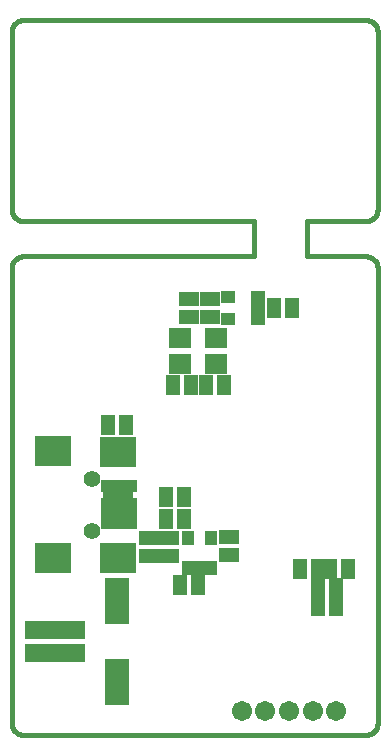
<source format=gbs>
G04 (created by PCBNEW-RS274X (2011-05-25)-stable) date Thu 04 Jul 2013 09:49:36 BST*
G01*
G70*
G90*
%MOIN*%
G04 Gerber Fmt 3.4, Leading zero omitted, Abs format*
%FSLAX34Y34*%
G04 APERTURE LIST*
%ADD10C,0.006000*%
%ADD11C,0.015000*%
%ADD12R,0.040000X0.050000*%
%ADD13R,0.050000X0.040000*%
%ADD14R,0.065000X0.045000*%
%ADD15R,0.045000X0.065000*%
%ADD16R,0.075100X0.067200*%
%ADD17R,0.120000X0.039600*%
%ADD18R,0.118400X0.098700*%
%ADD19R,0.100000X0.037000*%
%ADD20C,0.055400*%
%ADD21R,0.201100X0.059300*%
%ADD22R,0.082900X0.153800*%
%ADD23C,0.067500*%
G04 APERTURE END LIST*
G54D10*
G54D11*
X51968Y-48425D02*
X51968Y-48622D01*
X64173Y-48425D02*
X64173Y-48622D01*
X61810Y-31890D02*
X61810Y-33071D01*
X60039Y-31890D02*
X60039Y-33071D01*
X52362Y-25197D02*
X52328Y-25199D01*
X52294Y-25203D01*
X52261Y-25211D01*
X52228Y-25221D01*
X52196Y-25234D01*
X52166Y-25250D01*
X52137Y-25269D01*
X52109Y-25290D01*
X52084Y-25313D01*
X52061Y-25338D01*
X52040Y-25366D01*
X52021Y-25395D01*
X52005Y-25425D01*
X51992Y-25457D01*
X51982Y-25490D01*
X51974Y-25523D01*
X51970Y-25557D01*
X51968Y-25591D01*
X64173Y-25591D02*
X64171Y-25557D01*
X64167Y-25523D01*
X64159Y-25490D01*
X64149Y-25457D01*
X64136Y-25425D01*
X64120Y-25395D01*
X64101Y-25366D01*
X64080Y-25338D01*
X64057Y-25313D01*
X64032Y-25290D01*
X64004Y-25269D01*
X63976Y-25250D01*
X63945Y-25234D01*
X63913Y-25221D01*
X63880Y-25211D01*
X63847Y-25203D01*
X63813Y-25199D01*
X63779Y-25197D01*
X63779Y-31890D02*
X63813Y-31888D01*
X63847Y-31884D01*
X63880Y-31876D01*
X63913Y-31866D01*
X63945Y-31853D01*
X63976Y-31837D01*
X64004Y-31818D01*
X64032Y-31797D01*
X64057Y-31774D01*
X64080Y-31749D01*
X64101Y-31721D01*
X64120Y-31692D01*
X64136Y-31662D01*
X64149Y-31630D01*
X64159Y-31597D01*
X64167Y-31564D01*
X64171Y-31530D01*
X64173Y-31496D01*
X51968Y-31496D02*
X51970Y-31530D01*
X51974Y-31564D01*
X51982Y-31597D01*
X51992Y-31630D01*
X52005Y-31662D01*
X52021Y-31692D01*
X52040Y-31721D01*
X52061Y-31749D01*
X52084Y-31774D01*
X52109Y-31797D01*
X52137Y-31818D01*
X52166Y-31837D01*
X52196Y-31853D01*
X52228Y-31866D01*
X52261Y-31876D01*
X52294Y-31884D01*
X52328Y-31888D01*
X52362Y-31890D01*
X52362Y-33071D02*
X52328Y-33073D01*
X52294Y-33077D01*
X52261Y-33085D01*
X52228Y-33095D01*
X52196Y-33108D01*
X52166Y-33124D01*
X52137Y-33143D01*
X52109Y-33164D01*
X52084Y-33187D01*
X52061Y-33212D01*
X52040Y-33240D01*
X52021Y-33269D01*
X52005Y-33299D01*
X51992Y-33331D01*
X51982Y-33364D01*
X51974Y-33397D01*
X51970Y-33431D01*
X51968Y-33465D01*
X64173Y-33465D02*
X64171Y-33431D01*
X64167Y-33397D01*
X64159Y-33364D01*
X64149Y-33331D01*
X64136Y-33299D01*
X64120Y-33269D01*
X64101Y-33240D01*
X64080Y-33212D01*
X64057Y-33187D01*
X64032Y-33164D01*
X64004Y-33143D01*
X63976Y-33124D01*
X63945Y-33108D01*
X63913Y-33095D01*
X63880Y-33085D01*
X63847Y-33077D01*
X63813Y-33073D01*
X63779Y-33071D01*
X63779Y-49016D02*
X63813Y-49014D01*
X63847Y-49010D01*
X63880Y-49002D01*
X63913Y-48992D01*
X63945Y-48979D01*
X63976Y-48963D01*
X64004Y-48944D01*
X64032Y-48923D01*
X64057Y-48900D01*
X64080Y-48875D01*
X64101Y-48847D01*
X64120Y-48818D01*
X64136Y-48788D01*
X64149Y-48756D01*
X64159Y-48723D01*
X64167Y-48690D01*
X64171Y-48656D01*
X64173Y-48622D01*
X51968Y-48622D02*
X51970Y-48656D01*
X51974Y-48690D01*
X51982Y-48723D01*
X51992Y-48756D01*
X52005Y-48788D01*
X52021Y-48818D01*
X52040Y-48847D01*
X52061Y-48875D01*
X52084Y-48900D01*
X52109Y-48923D01*
X52137Y-48944D01*
X52166Y-48963D01*
X52196Y-48979D01*
X52228Y-48992D01*
X52261Y-49002D01*
X52294Y-49010D01*
X52328Y-49014D01*
X52362Y-49016D01*
X64173Y-31496D02*
X64173Y-25591D01*
X52362Y-25197D02*
X63779Y-25197D01*
X51968Y-31496D02*
X51968Y-25591D01*
X61810Y-31890D02*
X63779Y-31890D01*
X60039Y-31890D02*
X52362Y-31890D01*
X61810Y-33071D02*
X63779Y-33071D01*
X52362Y-33071D02*
X60039Y-33071D01*
X51968Y-48425D02*
X51968Y-33465D01*
X64173Y-48425D02*
X64173Y-33465D01*
X52362Y-49016D02*
X63779Y-49016D01*
G54D12*
X58603Y-43453D03*
X57853Y-43453D03*
X58603Y-42453D03*
X58228Y-43453D03*
X57853Y-42453D03*
G54D13*
X60171Y-34408D03*
X60171Y-35158D03*
X59171Y-34408D03*
X60171Y-34783D03*
X59171Y-35158D03*
G54D14*
X58571Y-34483D03*
X58571Y-35083D03*
G54D15*
X55172Y-38681D03*
X55772Y-38681D03*
X61570Y-43484D03*
X62170Y-43484D03*
X63193Y-43484D03*
X62593Y-43484D03*
G54D14*
X59212Y-43017D03*
X59212Y-42417D03*
G54D15*
X57701Y-41102D03*
X57101Y-41102D03*
X57701Y-41811D03*
X57101Y-41811D03*
G54D14*
X57896Y-35084D03*
X57896Y-34484D03*
G54D15*
X61306Y-34783D03*
X60706Y-34783D03*
X57573Y-44035D03*
X58173Y-44035D03*
G54D14*
X56535Y-42456D03*
X56535Y-43056D03*
X57204Y-43056D03*
X57204Y-42456D03*
G54D15*
X58440Y-37343D03*
X59040Y-37343D03*
X62180Y-44724D03*
X62780Y-44724D03*
X62180Y-44114D03*
X62780Y-44114D03*
X57957Y-37343D03*
X57357Y-37343D03*
G54D16*
X58779Y-36653D03*
X57597Y-36653D03*
X57597Y-35787D03*
X58779Y-35787D03*
G54D17*
X55551Y-41339D03*
X55551Y-41653D03*
X55551Y-40710D03*
G54D18*
X53346Y-43110D03*
X55511Y-43110D03*
X53346Y-39568D03*
X55511Y-39607D03*
G54D19*
X55527Y-41025D03*
G54D20*
X54652Y-42228D03*
X54652Y-40475D03*
G54D17*
X55551Y-41968D03*
G54D21*
X53425Y-46299D03*
X53425Y-45513D03*
G54D22*
X55471Y-47244D03*
X55471Y-44568D03*
G54D23*
X62007Y-48229D03*
X59645Y-48229D03*
X60433Y-48229D03*
X61219Y-48229D03*
X62794Y-48228D03*
M02*

</source>
